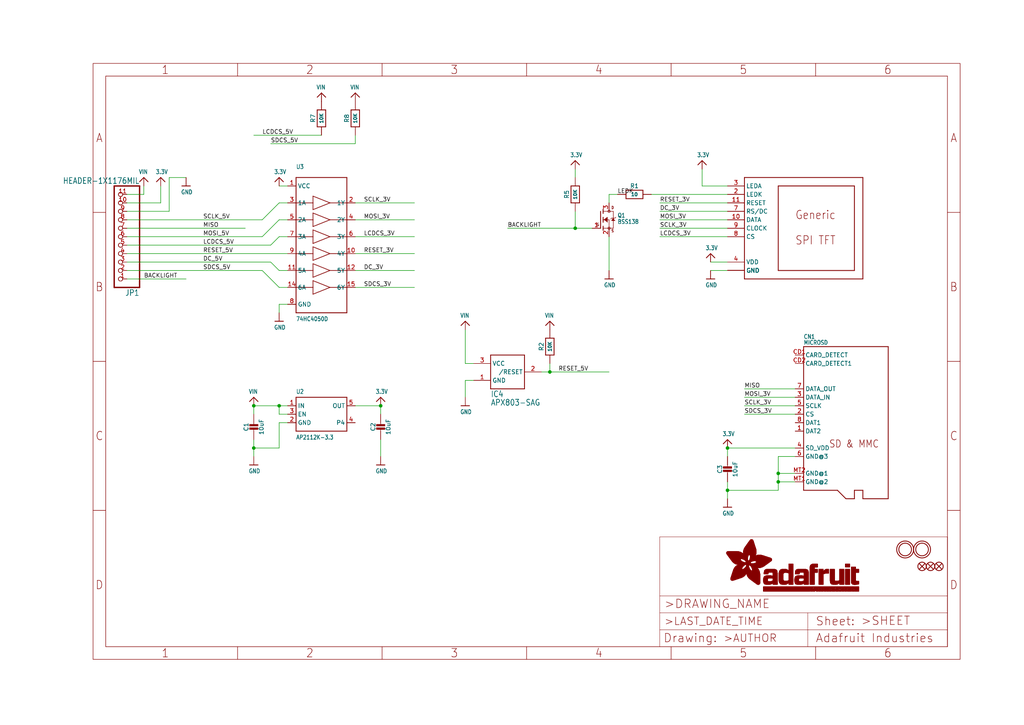
<source format=kicad_sch>
(kicad_sch (version 20211123) (generator eeschema)
  (paper "User" 307.492 217.881)
  (lib_symbols
    (symbol "eagleSchem-eagle-import:3.3V" (power)
      (property "Value" "3.3V" (at -1.524 1.016 0))
      (symbol "3.3V_1_0"
        (pin power_in line (at 0 -2.54 90) (length 2.54) (name "3.3V") (number "1"))
      )
    )
    (symbol "eagleSchem-eagle-import:74HC4050D"
      (property "Reference" "U" (at -7.62 22.86 0))
      (property "Value" "74HC4050D" (at -7.62 -22.86 0))
      (symbol "74HC4050D_1_0"
        (pin bidirectional line (at -10.16 17.78 0) (length 2.54) (name "VCC") (number "1"))
        (pin bidirectional line (at 10.16 -2.54 180) (length 2.54) (name "4Y") (number "10"))
        (pin bidirectional line (at -10.16 -7.62 0) (length 2.54) (name "5A") (number "11"))
        (pin bidirectional line (at 10.16 -7.62 180) (length 2.54) (name "5Y") (number "12"))
        (pin bidirectional line (at -10.16 -12.7 0) (length 2.54) (name "6A") (number "14"))
        (pin bidirectional line (at 10.16 -12.7 180) (length 2.54) (name "6Y") (number "15"))
        (pin bidirectional line (at 10.16 12.7 180) (length 2.54) (name "1Y") (number "2"))
        (pin bidirectional line (at -10.16 12.7 0) (length 2.54) (name "1A") (number "3"))
        (pin bidirectional line (at 10.16 7.62 180) (length 2.54) (name "2Y") (number "4"))
        (pin bidirectional line (at -10.16 7.62 0) (length 2.54) (name "2A") (number "5"))
        (pin bidirectional line (at 10.16 2.54 180) (length 2.54) (name "3Y") (number "6"))
        (pin bidirectional line (at -10.16 2.54 0) (length 2.54) (name "3A") (number "7"))
        (pin bidirectional line (at -10.16 -17.78 0) (length 2.54) (name "GND") (number "8"))
        (pin bidirectional line (at -10.16 -2.54 0) (length 2.54) (name "4A") (number "9"))
      )
    )
    (symbol "eagleSchem-eagle-import:AXP083-SAG"
      (property "Reference" "IC" (at -5.08 -7.62 0))
      (property "Value" "AXP083-SAG" (at -5.08 -10.16 0))
      (symbol "AXP083-SAG_1_0"
        (pin power_in line (at -10.16 -2.54 0) (length 5.08) (name "GND") (number "1"))
        (pin output line (at 10.16 0 180) (length 5.08) (name "/RESET") (number "2"))
        (pin power_in line (at -10.16 2.54 0) (length 5.08) (name "VCC") (number "3"))
      )
    )
    (symbol "eagleSchem-eagle-import:CAP_CERAMIC0805-NOOUTLINE"
      (property "Reference" "C" (at -2.29 1.25 90))
      (property "Value" "CAP_CERAMIC0805-NOOUTLINE" (at 2.3 1.25 90))
      (symbol "CAP_CERAMIC0805-NOOUTLINE_1_0"
        (pin passive line (at 0 5.08 270) (length 2.54) (name "1") (number "1"))
        (pin passive line (at 0 -2.54 90) (length 2.54) (name "2") (number "2"))
      )
    )
    (symbol "eagleSchem-eagle-import:DISP_LCD_GENERIC_SPI_2.0IN_240X320"
      (symbol "DISP_LCD_GENERIC_SPI_2.0IN_240X320_1_0"
        (text "Generic" (at -5.08 2.54 0) (effects (font (size 2.54 2.159)) (justify left bottom)))
        (text "SPI TFT" (at -5.08 -5.08 0) (effects (font (size 2.54 2.159)) (justify left bottom)))
        (pin power_in line (at -25.4 -12.7 0) (length 5.08) (name "GND") (number "1"))
        (pin bidirectional line (at -25.4 2.54 0) (length 5.08) (name "DATA") (number "10"))
        (pin input line (at -25.4 7.62 0) (length 5.08) (name "RESET") (number "11"))
        (pin power_in line (at -25.4 -12.7 0) (length 5.08) (name "GND") (number "12"))
        (pin input line (at -25.4 10.16 0) (length 5.08) (name "LEDK") (number "2"))
        (pin input line (at -25.4 12.7 0) (length 5.08) (name "LEDA") (number "3"))
        (pin power_in line (at -25.4 -10.16 0) (length 5.08) (name "VDD") (number "4"))
        (pin power_in line (at -25.4 -12.7 0) (length 5.08) (name "GND") (number "5"))
        (pin power_in line (at -25.4 -12.7 0) (length 5.08) (name "GND") (number "6"))
        (pin input line (at -25.4 5.08 0) (length 5.08) (name "RS/DC") (number "7"))
        (pin input line (at -25.4 -2.54 0) (length 5.08) (name "CS") (number "8"))
        (pin input line (at -25.4 0 0) (length 5.08) (name "CLOCK") (number "9"))
      )
    )
    (symbol "eagleSchem-eagle-import:FIDUCIAL_1MM")
    (symbol "eagleSchem-eagle-import:FRAME_A4_ADAFRUIT"
      (symbol "FRAME_A4_ADAFRUIT_1_0"
        (text "1" (at 21.6958 1.905 0) (effects (font (size 2.54 2.286))))
        (text "1" (at 21.6958 177.165 0) (effects (font (size 2.54 2.286))))
        (text "2" (at 65.0875 1.905 0) (effects (font (size 2.54 2.286))))
        (text "2" (at 65.0875 177.165 0) (effects (font (size 2.54 2.286))))
        (text "3" (at 108.4792 1.905 0) (effects (font (size 2.54 2.286))))
        (text "3" (at 108.4792 177.165 0) (effects (font (size 2.54 2.286))))
        (text "4" (at 151.8708 1.905 0) (effects (font (size 2.54 2.286))))
        (text "4" (at 151.8708 177.165 0) (effects (font (size 2.54 2.286))))
        (text "5" (at 195.2625 1.905 0) (effects (font (size 2.54 2.286))))
        (text "5" (at 195.2625 177.165 0) (effects (font (size 2.54 2.286))))
        (text "6" (at 238.6542 1.905 0) (effects (font (size 2.54 2.286))))
        (text "6" (at 238.6542 177.165 0) (effects (font (size 2.54 2.286))))
        (text ">AUTHOR" (at 189.23 5.08 0) (effects (font (size 2.286 2.286)) (justify left bottom)))
        (text ">DRAWING_NAME" (at 171.45 15.24 0) (effects (font (size 2.54 2.54)) (justify left bottom)))
        (text ">LAST_DATE_TIME" (at 171.45 10.16 0) (effects (font (size 2.286 2.286)) (justify left bottom)))
        (text ">SHEET" (at 230.505 10.16 0) (effects (font (size 2.54 2.54)) (justify left bottom)))
        (text "A" (at 1.905 156.6863 0) (effects (font (size 2.54 2.286))))
        (text "A" (at 258.445 156.6863 0) (effects (font (size 2.54 2.286))))
        (text "Adafruit Industries" (at 216.916 4.953 0) (effects (font (size 2.54 2.54)) (justify left bottom)))
        (text "B" (at 1.905 111.9188 0) (effects (font (size 2.54 2.286))))
        (text "B" (at 258.445 111.9188 0) (effects (font (size 2.54 2.286))))
        (text "C" (at 1.905 67.1513 0) (effects (font (size 2.54 2.286))))
        (text "C" (at 258.445 67.1513 0) (effects (font (size 2.54 2.286))))
        (text "D" (at 1.905 22.3838 0) (effects (font (size 2.54 2.286))))
        (text "D" (at 258.445 22.3838 0) (effects (font (size 2.54 2.286))))
        (text "Drawing:" (at 171.196 4.953 0) (effects (font (size 2.54 2.54)) (justify left bottom)))
        (text "Sheet:" (at 216.916 10.033 0) (effects (font (size 2.54 2.54)) (justify left bottom)))
      )
    )
    (symbol "eagleSchem-eagle-import:GND" (power)
      (property "Value" "GND" (at -1.524 -2.54 0))
      (symbol "GND_1_0"
        (pin power_in line (at 0 2.54 270) (length 2.54) (name "GND") (number "1"))
      )
    )
    (symbol "eagleSchem-eagle-import:HEADER-1X1176MIL"
      (property "Reference" "JP" (at -6.35 15.875 0))
      (property "Value" "HEADER-1X1176MIL" (at -6.35 -17.78 0))
      (symbol "HEADER-1X1176MIL_1_0"
        (pin passive inverted (at -2.54 12.7 0) (length 2.54) (name "1") (number "1"))
        (pin passive inverted (at -2.54 -10.16 0) (length 2.54) (name "10") (number "10"))
        (pin passive inverted (at -2.54 -12.7 0) (length 2.54) (name "11") (number "11"))
        (pin passive inverted (at -2.54 10.16 0) (length 2.54) (name "2") (number "2"))
        (pin passive inverted (at -2.54 7.62 0) (length 2.54) (name "3") (number "3"))
        (pin passive inverted (at -2.54 5.08 0) (length 2.54) (name "4") (number "4"))
        (pin passive inverted (at -2.54 2.54 0) (length 2.54) (name "5") (number "5"))
        (pin passive inverted (at -2.54 0 0) (length 2.54) (name "6") (number "6"))
        (pin passive inverted (at -2.54 -2.54 0) (length 2.54) (name "7") (number "7"))
        (pin passive inverted (at -2.54 -5.08 0) (length 2.54) (name "8") (number "8"))
        (pin passive inverted (at -2.54 -7.62 0) (length 2.54) (name "9") (number "9"))
      )
    )
    (symbol "eagleSchem-eagle-import:MICROSD"
      (property "Reference" "X" (at -12.7 22.606 0))
      (property "Value" "MICROSD" (at -12.7 20.828 0))
      (symbol "MICROSD_1_0"
        (text "SD & MMC" (at -5.08 -10.16 0) (effects (font (size 2.1844 1.8567)) (justify left bottom)))
        (pin bidirectional line (at -15.24 -5.08 0) (length 2.54) (name "DAT2") (number "1"))
        (pin input line (at -15.24 0 0) (length 2.54) (name "CS") (number "2"))
        (pin input line (at -15.24 5.08 0) (length 2.54) (name "DATA_IN") (number "3"))
        (pin power_in line (at -15.24 -10.16 0) (length 2.54) (name "SD_VDD") (number "4"))
        (pin input line (at -15.24 2.54 0) (length 2.54) (name "SCLK") (number "5"))
        (pin power_in line (at -15.24 -12.7 0) (length 2.54) (name "GND@3") (number "6"))
        (pin output line (at -15.24 7.62 0) (length 2.54) (name "DATA_OUT") (number "7"))
        (pin bidirectional line (at -15.24 -2.54 0) (length 2.54) (name "DAT1") (number "8"))
        (pin passive line (at -15.24 17.78 0) (length 2.54) (name "CARD_DETECT") (number "CD1"))
        (pin passive line (at -15.24 15.24 0) (length 2.54) (name "CARD_DETECT1") (number "CD2"))
        (pin power_in line (at -15.24 -20.32 0) (length 2.54) (name "GND@2") (number "MT1"))
        (pin power_in line (at -15.24 -17.78 0) (length 2.54) (name "GND@1") (number "MT2"))
      )
    )
    (symbol "eagleSchem-eagle-import:MOSFET-NREFLOW"
      (property "Reference" "Q" (at 5.08 0.635 0))
      (property "Value" "MOSFET-NREFLOW" (at 5.08 -1.27 0))
      (symbol "MOSFET-NREFLOW_1_0"
        (text "D" (at 3.175 3.175 0) (effects (font (size 0.8128 0.6908)) (justify left bottom)))
        (text "G" (at -1.27 -1.905 0) (effects (font (size 0.8128 0.6908)) (justify left bottom)))
        (text "S" (at 3.175 -3.81 0) (effects (font (size 0.8128 0.6908)) (justify left bottom)))
        (pin bidirectional line (at -2.54 -2.54 0) (length 2.54) (name "G") (number "1"))
        (pin bidirectional line (at 2.54 -5.08 90) (length 2.54) (name "S") (number "2"))
        (pin bidirectional line (at 2.54 5.08 270) (length 2.54) (name "D") (number "3"))
      )
    )
    (symbol "eagleSchem-eagle-import:MOUNTINGHOLE2.5")
    (symbol "eagleSchem-eagle-import:RESISTOR0805_NOOUTLINE"
      (property "Reference" "R" (at 0 2.54 0))
      (property "Value" "RESISTOR0805_NOOUTLINE" (at 0 0 0))
      (symbol "RESISTOR0805_NOOUTLINE_1_0"
        (pin passive line (at -5.08 0 0) (length 2.54) (name "1") (number "1"))
        (pin passive line (at 5.08 0 180) (length 2.54) (name "2") (number "2"))
      )
    )
    (symbol "eagleSchem-eagle-import:VIN" (power)
      (property "Value" "VIN" (at -1.524 1.016 0))
      (symbol "VIN_1_0"
        (pin power_in line (at 0 -2.54 90) (length 2.54) (name "VIN") (number "1"))
      )
    )
    (symbol "eagleSchem-eagle-import:VREG_SOT23-5"
      (property "Reference" "U" (at -7.62 6.096 0))
      (property "Value" "VREG_SOT23-5" (at -7.62 -7.62 0))
      (symbol "VREG_SOT23-5_1_0"
        (pin power_in line (at -10.16 2.54 0) (length 2.54) (name "IN") (number "1"))
        (pin power_in line (at -10.16 -2.54 0) (length 2.54) (name "GND") (number "2"))
        (pin input line (at -10.16 0 0) (length 2.54) (name "EN") (number "3"))
        (pin bidirectional line (at 10.16 -2.54 180) (length 2.54) (name "P4") (number "4"))
        (pin power_in line (at 10.16 2.54 180) (length 2.54) (name "OUT") (number "5"))
      )
    )
  )
  (junction (at 83.82 121.92))
  (junction (at 165.1 111.76))
  (junction (at 76.2 121.92))
  (junction (at 76.2 134.62))
  (junction (at 218.44 147.32))
  (junction (at 233.68 142.24))
  (junction (at 233.68 144.78))
  (junction (at 172.72 68.58))
  (junction (at 114.3 121.92))
  (junction (at 218.44 134.62))
  (wire (pts (xy 114.3 132.08) (xy 114.3 137.16)))
  (wire (pts (xy 81.28 78.74) (xy 83.82 81.28)))
  (wire (pts (xy 50.8 53.34) (xy 55.88 53.34)))
  (wire (pts (xy 139.7 99.06) (xy 139.7 109.22)))
  (wire (pts (xy 182.88 71.12) (xy 182.88 81.28)))
  (wire (pts (xy 106.68 40.64) (xy 106.68 43.18)))
  (wire (pts (xy 238.76 134.62) (xy 218.44 134.62)))
  (wire (pts (xy 106.68 60.96) (xy 124.46 60.96)))
  (wire (pts (xy 172.72 68.58) (xy 152.4 68.58)))
  (wire (pts (xy 76.2 132.08) (xy 76.2 134.62)))
  (wire (pts (xy 38.1 73.66) (xy 81.28 73.66)))
  (wire (pts (xy 238.76 142.24) (xy 233.68 142.24)))
  (wire (pts (xy 38.1 68.58) (xy 73.66 68.58)))
  (wire (pts (xy 172.72 53.34) (xy 172.72 50.8)))
  (wire (pts (xy 86.36 91.44) (xy 83.82 91.44)))
  (wire (pts (xy 218.44 66.04) (xy 198.12 66.04)))
  (wire (pts (xy 38.1 78.74) (xy 81.28 78.74)))
  (wire (pts (xy 218.44 81.28) (xy 213.36 81.28)))
  (wire (pts (xy 83.82 127) (xy 83.82 134.62)))
  (wire (pts (xy 218.44 58.42) (xy 195.58 58.42)))
  (wire (pts (xy 218.44 68.58) (xy 198.12 68.58)))
  (wire (pts (xy 78.74 81.28) (xy 83.82 86.36)))
  (wire (pts (xy 96.52 40.64) (xy 76.2 40.64)))
  (wire (pts (xy 50.8 63.5) (xy 50.8 53.34)))
  (wire (pts (xy 48.26 60.96) (xy 48.26 55.88)))
  (wire (pts (xy 238.76 119.38) (xy 223.52 119.38)))
  (wire (pts (xy 165.1 111.76) (xy 182.88 111.76)))
  (wire (pts (xy 162.56 111.76) (xy 165.1 111.76)))
  (wire (pts (xy 43.18 58.42) (xy 43.18 55.88)))
  (wire (pts (xy 218.44 55.88) (xy 210.82 55.88)))
  (wire (pts (xy 142.24 109.22) (xy 139.7 109.22)))
  (wire (pts (xy 165.1 109.22) (xy 165.1 111.76)))
  (wire (pts (xy 38.1 63.5) (xy 50.8 63.5)))
  (wire (pts (xy 218.44 134.62) (xy 218.44 137.16)))
  (wire (pts (xy 83.82 86.36) (xy 86.36 86.36)))
  (wire (pts (xy 38.1 71.12) (xy 78.74 71.12)))
  (wire (pts (xy 210.82 55.88) (xy 210.82 50.8)))
  (wire (pts (xy 238.76 116.84) (xy 223.52 116.84)))
  (wire (pts (xy 86.36 127) (xy 83.82 127)))
  (wire (pts (xy 38.1 81.28) (xy 78.74 81.28)))
  (wire (pts (xy 83.82 121.92) (xy 76.2 121.92)))
  (wire (pts (xy 238.76 124.46) (xy 223.52 124.46)))
  (wire (pts (xy 233.68 142.24) (xy 233.68 144.78)))
  (wire (pts (xy 139.7 119.38) (xy 139.7 114.3)))
  (wire (pts (xy 106.68 71.12) (xy 124.46 71.12)))
  (wire (pts (xy 218.44 78.74) (xy 213.36 78.74)))
  (wire (pts (xy 233.68 137.16) (xy 233.68 142.24)))
  (wire (pts (xy 182.88 58.42) (xy 182.88 60.96)))
  (wire (pts (xy 76.2 134.62) (xy 76.2 137.16)))
  (wire (pts (xy 106.68 76.2) (xy 124.46 76.2)))
  (wire (pts (xy 218.44 60.96) (xy 198.12 60.96)))
  (wire (pts (xy 81.28 73.66) (xy 83.82 71.12)))
  (wire (pts (xy 76.2 121.92) (xy 76.2 124.46)))
  (wire (pts (xy 177.8 68.58) (xy 172.72 68.58)))
  (wire (pts (xy 172.72 63.5) (xy 172.72 68.58)))
  (wire (pts (xy 238.76 137.16) (xy 233.68 137.16)))
  (wire (pts (xy 106.68 43.18) (xy 81.28 43.18)))
  (wire (pts (xy 139.7 114.3) (xy 142.24 114.3)))
  (wire (pts (xy 83.82 60.96) (xy 86.36 60.96)))
  (wire (pts (xy 83.82 124.46) (xy 83.82 121.92)))
  (wire (pts (xy 38.1 66.04) (xy 78.74 66.04)))
  (wire (pts (xy 238.76 144.78) (xy 233.68 144.78)))
  (wire (pts (xy 38.1 83.82) (xy 55.88 83.82)))
  (wire (pts (xy 238.76 121.92) (xy 223.52 121.92)))
  (wire (pts (xy 38.1 60.96) (xy 48.26 60.96)))
  (wire (pts (xy 83.82 71.12) (xy 86.36 71.12)))
  (wire (pts (xy 114.3 121.92) (xy 114.3 124.46)))
  (wire (pts (xy 83.82 81.28) (xy 86.36 81.28)))
  (wire (pts (xy 185.42 58.42) (xy 182.88 58.42)))
  (wire (pts (xy 106.68 66.04) (xy 124.46 66.04)))
  (wire (pts (xy 218.44 147.32) (xy 218.44 149.86)))
  (wire (pts (xy 106.68 121.92) (xy 114.3 121.92)))
  (wire (pts (xy 233.68 144.78) (xy 233.68 147.32)))
  (wire (pts (xy 83.82 66.04) (xy 86.36 66.04)))
  (wire (pts (xy 78.74 66.04) (xy 83.82 60.96)))
  (wire (pts (xy 38.1 76.2) (xy 86.36 76.2)))
  (wire (pts (xy 86.36 124.46) (xy 83.82 124.46)))
  (wire (pts (xy 218.44 144.78) (xy 218.44 147.32)))
  (wire (pts (xy 233.68 147.32) (xy 218.44 147.32)))
  (wire (pts (xy 218.44 63.5) (xy 198.12 63.5)))
  (wire (pts (xy 83.82 134.62) (xy 76.2 134.62)))
  (wire (pts (xy 106.68 86.36) (xy 124.46 86.36)))
  (wire (pts (xy 106.68 81.28) (xy 124.46 81.28)))
  (wire (pts (xy 38.1 58.42) (xy 43.18 58.42)))
  (wire (pts (xy 86.36 121.92) (xy 83.82 121.92)))
  (wire (pts (xy 86.36 55.88) (xy 83.82 55.88)))
  (wire (pts (xy 218.44 71.12) (xy 198.12 71.12)))
  (wire (pts (xy 78.74 71.12) (xy 83.82 66.04)))
  (wire (pts (xy 83.82 91.44) (xy 83.82 93.98)))
  (label "LCDCS_3V" (at 109.22 71.12 0) (effects (font (size 1.2446 1.2446))))
  (label "SCLK_3V" (at 223.52 121.92 0) (effects (font (size 1.2446 1.2446))))
  (label "DC_3V" (at 198.12 63.5 0) (effects (font (size 1.2446 1.2446))))
  (label "MOSI_3V" (at 223.52 119.38 0) (effects (font (size 1.2446 1.2446))))
  (label "SCLK_3V" (at 198.12 68.58 0) (effects (font (size 1.2446 1.2446))))
  (label "MOSI_5V" (at 60.96 71.12 0) (effects (font (size 1.2446 1.2446))))
  (label "SDCS_5V" (at 60.96 81.28 0) (effects (font (size 1.2446 1.2446))))
  (label "SCLK_3V" (at 109.22 60.96 0) (effects (font (size 1.2446 1.2446))))
  (label "DC_3V" (at 109.22 81.28 0) (effects (font (size 1.2446 1.2446))))
  (label "SCLK_5V" (at 60.96 66.04 0) (effects (font (size 1.2446 1.2446))))
  (label "BACKLIGHT" (at 152.4 68.58 0) (effects (font (size 1.2446 1.2446))))
  (label "LCDCS_3V" (at 198.12 71.12 0) (effects (font (size 1.2446 1.2446))))
  (label "LCDCS_5V" (at 60.96 73.66 0) (effects (font (size 1.2446 1.2446))))
  (label "LCDCS_5V" (at 78.74 40.64 0) (effects (font (size 1.2446 1.2446))))
  (label "RESET_3V" (at 198.12 60.96 0) (effects (font (size 1.2446 1.2446))))
  (label "LEDK" (at 185.42 58.42 0) (effects (font (size 1.2446 1.2446))))
  (label "MOSI_3V" (at 198.12 66.04 0) (effects (font (size 1.2446 1.2446))))
  (label "BACKLIGHT" (at 43.18 83.82 0) (effects (font (size 1.2446 1.2446))))
  (label "SDCS_5V" (at 81.28 43.18 0) (effects (font (size 1.2446 1.2446))))
  (label "SDCS_3V" (at 223.52 124.46 0) (effects (font (size 1.2446 1.2446))))
  (label "SDCS_3V" (at 109.22 86.36 0) (effects (font (size 1.2446 1.2446))))
  (label "RESET_5V" (at 167.64 111.76 0) (effects (font (size 1.2446 1.2446))))
  (label "RESET_3V" (at 109.22 76.2 0) (effects (font (size 1.2446 1.2446))))
  (label "DC_5V" (at 60.96 78.74 0) (effects (font (size 1.2446 1.2446))))
  (label "MISO" (at 223.52 116.84 0) (effects (font (size 1.2446 1.2446))))
  (label "MOSI_3V" (at 109.22 66.04 0) (effects (font (size 1.2446 1.2446))))
  (label "MISO" (at 60.96 68.58 0) (effects (font (size 1.2446 1.2446))))
  (label "RESET_5V" (at 60.96 76.2 0) (effects (font (size 1.2446 1.2446))))
  (symbol (lib_id "eagleSchem-eagle-import:MOUNTINGHOLE2.5") (at 276.86 165.1 0) (unit 1)
    (property "Reference" "U$3" (effects hide))
    (property "Value" "MOUNTINGHOLE2.5" (effects hide))
    (property "Footprint" "eagleSchem:MOUNTINGHOLE_2.5_PLATED" (effects hide))
  )
  (symbol (lib_id "eagleSchem-eagle-import:FIDUCIAL_1MM") (at 276.86 170.18 0) (unit 1)
    (property "Reference" "FID3" (effects hide))
    (property "Value" "FIDUCIAL_1MM" (effects hide))
    (property "Footprint" "eagleSchem:FIDUCIAL_1MM" (effects hide))
    (property "Value" "FIDUCIAL_1MM" (effects hide))
  )
  (symbol (lib_id "eagleSchem-eagle-import:GND") (at 114.3 139.7 0) (unit 1)
    (property "Reference" "#U$15" (effects hide))
    (property "Value" "GND" (at 112.776 142.24 0) (effects (font (size 1.27 1.0795)) (justify left bottom)))
    (property "Footprint" "eagleSchem:" (effects hide))
  )
  (symbol (lib_id "eagleSchem-eagle-import:MOUNTINGHOLE2.5") (at 271.78 165.1 0) (unit 1)
    (property "Reference" "U$4" (effects hide))
    (property "Value" "MOUNTINGHOLE2.5" (effects hide))
    (property "Footprint" "eagleSchem:MOUNTINGHOLE_2.5_PLATED" (effects hide))
  )
  (symbol (lib_id "eagleSchem-eagle-import:GND") (at 83.82 96.52 0) (unit 1)
    (property "Reference" "#U$16" (effects hide))
    (property "Value" "GND" (at 82.296 99.06 0) (effects (font (size 1.27 1.0795)) (justify left bottom)))
    (property "Footprint" "eagleSchem:" (effects hide))
  )
  (symbol (lib_id "eagleSchem-eagle-import:CAP_CERAMIC0805-NOOUTLINE") (at 114.3 129.54 0) (unit 1)
    (property "Reference" "C2" (at 112.01 128.29 90))
    (property "Value" "10uF" (at 116.6 128.29 90))
    (property "Footprint" "eagleSchem:0805-NO" (effects hide))
  )
  (symbol (lib_id "eagleSchem-eagle-import:VIN") (at 43.18 53.34 0) (unit 1)
    (property "Reference" "#U$6" (effects hide))
    (property "Value" "VIN" (at 41.656 52.324 0) (effects (font (size 1.27 1.0795)) (justify left bottom)))
    (property "Footprint" "eagleSchem:" (effects hide))
  )
  (symbol (lib_id "eagleSchem-eagle-import:MOSFET-NREFLOW") (at 180.34 66.04 0) (unit 1)
    (property "Reference" "Q1" (at 185.42 65.405 0) (effects (font (size 1.27 1.0795)) (justify left bottom)))
    (property "Value" "BSS138" (at 185.42 67.31 0) (effects (font (size 1.27 1.0795)) (justify left bottom)))
    (property "Footprint" "eagleSchem:SOT23-R" (effects hide))
  )
  (symbol (lib_id "eagleSchem-eagle-import:RESISTOR0805_NOOUTLINE") (at 106.68 35.56 90) (unit 1)
    (property "Reference" "R8" (at 104.14 35.56 0))
    (property "Value" "10K" (at 106.68 35.56 0) (effects (font (size 1.016 1.016) bold)))
    (property "Footprint" "eagleSchem:0805-NO" (effects hide))
  )
  (symbol (lib_id "eagleSchem-eagle-import:AXP083-SAG") (at 152.4 111.76 0) (unit 1)
    (property "Reference" "IC4" (at 147.32 119.38 0) (effects (font (size 1.778 1.5113)) (justify left bottom)))
    (property "Value" "APX803-SAG" (at 147.32 121.92 0) (effects (font (size 1.778 1.5113)) (justify left bottom)))
    (property "Footprint" "eagleSchem:SOT23" (effects hide))
  )
  (symbol (lib_id "eagleSchem-eagle-import:VIN") (at 76.2 119.38 0) (unit 1)
    (property "Reference" "#U$12" (effects hide))
    (property "Value" "VIN" (at 74.676 118.364 0) (effects (font (size 1.27 1.0795)) (justify left bottom)))
    (property "Footprint" "eagleSchem:" (effects hide))
  )
  (symbol (lib_id "eagleSchem-eagle-import:VIN") (at 165.1 96.52 0) (unit 1)
    (property "Reference" "#U$5" (effects hide))
    (property "Value" "VIN" (at 163.576 95.504 0) (effects (font (size 1.27 1.0795)) (justify left bottom)))
    (property "Footprint" "eagleSchem:" (effects hide))
  )
  (symbol (lib_id "eagleSchem-eagle-import:VIN") (at 96.52 27.94 0) (unit 1)
    (property "Reference" "#U$7" (effects hide))
    (property "Value" "VIN" (at 94.996 26.924 0) (effects (font (size 1.27 1.0795)) (justify left bottom)))
    (property "Footprint" "eagleSchem:" (effects hide))
  )
  (symbol (lib_id "eagleSchem-eagle-import:MICROSD") (at 254 124.46 0) (unit 1)
    (property "Reference" "CN1" (at 241.3 101.854 0) (effects (font (size 1.27 1.0795)) (justify left bottom)))
    (property "Value" "MICROSD" (at 241.3 103.632 0) (effects (font (size 1.27 1.0795)) (justify left bottom)))
    (property "Footprint" "eagleSchem:MICROSD" (effects hide))
  )
  (symbol (lib_id "eagleSchem-eagle-import:3.3V") (at 114.3 119.38 0) (unit 1)
    (property "Reference" "#U$14" (effects hide))
    (property "Value" "3.3V" (at 112.776 118.364 0) (effects (font (size 1.27 1.0795)) (justify left bottom)))
    (property "Footprint" "eagleSchem:" (effects hide))
  )
  (symbol (lib_id "eagleSchem-eagle-import:GND") (at 55.88 55.88 0) (unit 1)
    (property "Reference" "#U$11" (effects hide))
    (property "Value" "GND" (at 54.356 58.42 0) (effects (font (size 1.27 1.0795)) (justify left bottom)))
    (property "Footprint" "eagleSchem:" (effects hide))
  )
  (symbol (lib_id "eagleSchem-eagle-import:3.3V") (at 48.26 53.34 0) (unit 1)
    (property "Reference" "#U$19" (effects hide))
    (property "Value" "3.3V" (at 46.736 52.324 0) (effects (font (size 1.27 1.0795)) (justify left bottom)))
    (property "Footprint" "eagleSchem:" (effects hide))
  )
  (symbol (lib_id "eagleSchem-eagle-import:RESISTOR0805_NOOUTLINE") (at 190.5 58.42 0) (unit 1)
    (property "Reference" "R1" (at 190.5 55.88 0))
    (property "Value" "10" (at 190.5 58.42 0) (effects (font (size 1.016 1.016) bold)))
    (property "Footprint" "eagleSchem:0805-NO" (effects hide))
  )
  (symbol (lib_id "eagleSchem-eagle-import:FIDUCIAL_1MM") (at 279.4 170.18 0) (unit 1)
    (property "Reference" "FID2" (effects hide))
    (property "Value" "FIDUCIAL_1MM" (effects hide))
    (property "Footprint" "eagleSchem:FIDUCIAL_1MM" (effects hide))
  )
  (symbol (lib_id "eagleSchem-eagle-import:GND") (at 182.88 83.82 0) (unit 1)
    (property "Reference" "#U$18" (effects hide))
    (property "Value" "GND" (at 181.356 86.36 0) (effects (font (size 1.27 1.0795)) (justify left bottom)))
    (property "Footprint" "eagleSchem:" (effects hide))
  )
  (symbol (lib_id "eagleSchem-eagle-import:RESISTOR0805_NOOUTLINE") (at 165.1 104.14 90) (unit 1)
    (property "Reference" "R2" (at 162.56 104.14 0))
    (property "Value" "10K" (at 165.1 104.14 0) (effects (font (size 1.016 1.016) bold)))
    (property "Footprint" "eagleSchem:0805-NO" (effects hide))
  )
  (symbol (lib_id "eagleSchem-eagle-import:3.3V") (at 172.72 48.26 0) (unit 1)
    (property "Reference" "#U$21" (effects hide))
    (property "Value" "3.3V" (at 171.196 47.244 0) (effects (font (size 1.27 1.0795)) (justify left bottom)))
    (property "Footprint" "eagleSchem:" (effects hide))
  )
  (symbol (lib_id "eagleSchem-eagle-import:3.3V") (at 213.36 76.2 0) (unit 1)
    (property "Reference" "#U$25" (effects hide))
    (property "Value" "3.3V" (at 211.836 75.184 0) (effects (font (size 1.27 1.0795)) (justify left bottom)))
    (property "Footprint" "eagleSchem:" (effects hide))
  )
  (symbol (lib_id "eagleSchem-eagle-import:GND") (at 213.36 83.82 0) (unit 1)
    (property "Reference" "#U$26" (effects hide))
    (property "Value" "GND" (at 211.836 86.36 0) (effects (font (size 1.27 1.0795)) (justify left bottom)))
    (property "Footprint" "eagleSchem:" (effects hide))
  )
  (symbol (lib_id "eagleSchem-eagle-import:3.3V") (at 218.44 132.08 0) (unit 1)
    (property "Reference" "#U$9" (effects hide))
    (property "Value" "3.3V" (at 216.916 131.064 0) (effects (font (size 1.27 1.0795)) (justify left bottom)))
    (property "Footprint" "eagleSchem:" (effects hide))
  )
  (symbol (lib_id "eagleSchem-eagle-import:CAP_CERAMIC0805-NOOUTLINE") (at 76.2 129.54 0) (unit 1)
    (property "Reference" "C1" (at 73.91 128.29 90))
    (property "Value" "10uF" (at 78.5 128.29 90))
    (property "Footprint" "eagleSchem:0805-NO" (effects hide))
  )
  (symbol (lib_id "eagleSchem-eagle-import:GND") (at 218.44 152.4 0) (unit 1)
    (property "Reference" "#U$10" (effects hide))
    (property "Value" "GND" (at 216.916 154.94 0) (effects (font (size 1.27 1.0795)) (justify left bottom)))
    (property "Footprint" "eagleSchem:" (effects hide))
  )
  (symbol (lib_id "eagleSchem-eagle-import:GND") (at 76.2 139.7 0) (unit 1)
    (property "Reference" "#U$13" (effects hide))
    (property "Value" "GND" (at 74.676 142.24 0) (effects (font (size 1.27 1.0795)) (justify left bottom)))
    (property "Footprint" "eagleSchem:" (effects hide))
  )
  (symbol (lib_id "eagleSchem-eagle-import:FIDUCIAL_1MM") (at 281.94 170.18 0) (unit 1)
    (property "Reference" "FID1" (effects hide))
    (property "Value" "FIDUCIAL_1MM" (effects hide))
    (property "Footprint" "eagleSchem:FIDUCIAL_1MM" (effects hide))
  )
  (symbol (lib_id "eagleSchem-eagle-import:DISP_LCD_GENERIC_SPI_2.0IN_240X320") (at 243.84 68.58 0) (unit 1)
    (property "Reference" "DISP1" (effects hide))
    (property "Value" "DISP_LCD_GENERIC_SPI_2.0IN_240X320" (effects hide))
    (property "Footprint" "eagleSchem:TFT_2.0IN_240X320_12P" (effects hide))
  )
  (symbol (lib_id "eagleSchem-eagle-import:HEADER-1X1176MIL") (at 35.56 71.12 180) (unit 1)
    (property "Reference" "JP1" (at 41.91 86.995 0) (effects (font (size 1.778 1.5113)) (justify left bottom)))
    (property "Value" "HEADER-1X1176MIL" (at 41.91 53.34 0) (effects (font (size 1.778 1.5113)) (justify left bottom)))
    (property "Footprint" "eagleSchem:1X11_ROUND_76" (effects hide))
  )
  (symbol (lib_id "eagleSchem-eagle-import:VIN") (at 139.7 96.52 0) (unit 1)
    (property "Reference" "#U$22" (effects hide))
    (property "Value" "VIN" (at 138.176 95.504 0) (effects (font (size 1.27 1.0795)) (justify left bottom)))
    (property "Footprint" "eagleSchem:" (effects hide))
  )
  (symbol (lib_id "eagleSchem-eagle-import:RESISTOR0805_NOOUTLINE") (at 172.72 58.42 90) (unit 1)
    (property "Reference" "R5" (at 170.18 58.42 0))
    (property "Value" "10K" (at 172.72 58.42 0) (effects (font (size 1.016 1.016) bold)))
    (property "Footprint" "eagleSchem:0805-NO" (effects hide))
  )
  (symbol (lib_id "eagleSchem-eagle-import:3.3V") (at 210.82 48.26 0) (unit 1)
    (property "Reference" "#U$23" (effects hide))
    (property "Value" "3.3V" (at 209.296 47.244 0) (effects (font (size 1.27 1.0795)) (justify left bottom)))
    (property "Footprint" "eagleSchem:" (effects hide))
  )
  (symbol (lib_id "eagleSchem-eagle-import:GND") (at 139.7 121.92 0) (unit 1)
    (property "Reference" "#U$2" (effects hide))
    (property "Value" "GND" (at 138.176 124.46 0) (effects (font (size 1.27 1.0795)) (justify left bottom)))
    (property "Footprint" "eagleSchem:" (effects hide))
  )
  (symbol (lib_id "eagleSchem-eagle-import:FRAME_A4_ADAFRUIT") (at 27.94 198.12 0) (unit 1)
    (property "Reference" "#U$1" (effects hide))
    (property "Value" "FRAME_A4_ADAFRUIT" (effects hide))
    (property "Footprint" "eagleSchem:" (effects hide))
  )
  (symbol (lib_id "eagleSchem-eagle-import:74HC4050D") (at 96.52 73.66 0) (unit 1)
    (property "Reference" "U3" (at 88.9 50.8 0) (effects (font (size 1.27 1.0795)) (justify left bottom)))
    (property "Value" "74HC4050D" (at 88.9 96.52 0) (effects (font (size 1.27 1.0795)) (justify left bottom)))
    (property "Footprint" "eagleSchem:SOIC16" (effects hide))
  )
  (symbol (lib_id "eagleSchem-eagle-import:RESISTOR0805_NOOUTLINE") (at 96.52 35.56 90) (unit 1)
    (property "Reference" "R7" (at 93.98 35.56 0))
    (property "Value" "10K" (at 96.52 35.56 0) (effects (font (size 1.016 1.016) bold)))
    (property "Footprint" "eagleSchem:0805-NO" (effects hide))
  )
  (symbol (lib_id "eagleSchem-eagle-import:3.3V") (at 83.82 53.34 0) (unit 1)
    (property "Reference" "#U$17" (effects hide))
    (property "Value" "3.3V" (at 82.296 52.324 0) (effects (font (size 1.27 1.0795)) (justify left bottom)))
    (property "Footprint" "eagleSchem:" (effects hide))
  )
  (symbol (lib_id "eagleSchem-eagle-import:VREG_SOT23-5") (at 96.52 124.46 0) (unit 1)
    (property "Reference" "U2" (at 88.9 118.364 0) (effects (font (size 1.27 1.0795)) (justify left bottom)))
    (property "Value" "AP2112K-3.3" (at 88.9 132.08 0) (effects (font (size 1.27 1.0795)) (justify left bottom)))
    (property "Footprint" "eagleSchem:SOT23-5" (effects hide))
  )
  (symbol (lib_id "eagleSchem-eagle-import:CAP_CERAMIC0805-NOOUTLINE") (at 218.44 142.24 0) (unit 1)
    (property "Reference" "C3" (at 216.15 140.99 90))
    (property "Value" "10uF" (at 220.74 140.99 90))
    (property "Footprint" "eagleSchem:0805-NO" (effects hide))
  )
  (symbol (lib_id "eagleSchem-eagle-import:VIN") (at 106.68 27.94 0) (unit 1)
    (property "Reference" "#U$8" (effects hide))
    (property "Value" "VIN" (at 105.156 26.924 0) (effects (font (size 1.27 1.0795)) (justify left bottom)))
    (property "Footprint" "eagleSchem:" (effects hide))
  )
)
</source>
